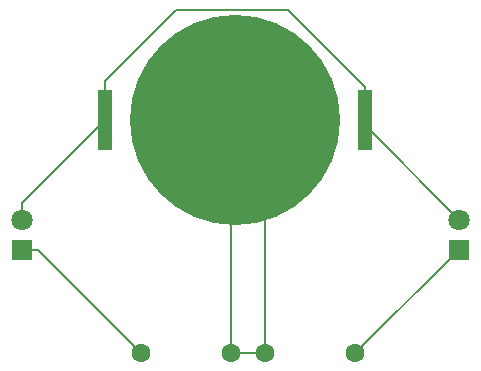
<source format=gtl>
G04 #@! TF.GenerationSoftware,KiCad,Pcbnew,9.0.2*
G04 #@! TF.CreationDate,2025-06-11T20:44:21-07:00*
G04 #@! TF.ProjectId,solder,736f6c64-6572-42e6-9b69-6361645f7063,rev?*
G04 #@! TF.SameCoordinates,Original*
G04 #@! TF.FileFunction,Copper,L1,Top*
G04 #@! TF.FilePolarity,Positive*
%FSLAX46Y46*%
G04 Gerber Fmt 4.6, Leading zero omitted, Abs format (unit mm)*
G04 Created by KiCad (PCBNEW 9.0.2) date 2025-06-11 20:44:21*
%MOMM*%
%LPD*%
G01*
G04 APERTURE LIST*
G04 #@! TA.AperFunction,ComponentPad*
%ADD10C,1.600000*%
G04 #@! TD*
G04 #@! TA.AperFunction,ComponentPad*
%ADD11R,1.800000X1.800000*%
G04 #@! TD*
G04 #@! TA.AperFunction,ComponentPad*
%ADD12C,1.800000*%
G04 #@! TD*
G04 #@! TA.AperFunction,SMDPad,CuDef*
%ADD13R,1.270000X5.080000*%
G04 #@! TD*
G04 #@! TA.AperFunction,SMDPad,CuDef*
%ADD14C,17.800000*%
G04 #@! TD*
G04 #@! TA.AperFunction,Conductor*
%ADD15C,0.200000*%
G04 #@! TD*
G04 APERTURE END LIST*
D10*
G04 #@! TO.P,R1,1*
G04 #@! TO.N,Net-(BT1--)*
X59725000Y-63500000D03*
G04 #@! TO.P,R1,2*
G04 #@! TO.N,Net-(D1-K)*
X52105000Y-63500000D03*
G04 #@! TD*
D11*
G04 #@! TO.P,D1,1,K*
G04 #@! TO.N,Net-(D1-K)*
X42000000Y-54775000D03*
D12*
G04 #@! TO.P,D1,2,A*
G04 #@! TO.N,Net-(BT1-+)*
X42000000Y-52235000D03*
G04 #@! TD*
D11*
G04 #@! TO.P,D2,1,K*
G04 #@! TO.N,Net-(D2-K)*
X79000000Y-54775000D03*
D12*
G04 #@! TO.P,D2,2,A*
G04 #@! TO.N,Net-(BT1-+)*
X79000000Y-52235000D03*
G04 #@! TD*
D13*
G04 #@! TO.P,BT1,1,+*
G04 #@! TO.N,Net-(BT1-+)*
X49030000Y-43818075D03*
X71000000Y-43818075D03*
D14*
G04 #@! TO.P,BT1,2,-*
G04 #@! TO.N,Net-(BT1--)*
X60015000Y-43818075D03*
G04 #@! TD*
D10*
G04 #@! TO.P,R2,1*
G04 #@! TO.N,Net-(D2-K)*
X70225000Y-63500000D03*
G04 #@! TO.P,R2,2*
G04 #@! TO.N,Net-(BT1--)*
X62605000Y-63500000D03*
G04 #@! TD*
D15*
G04 #@! TO.N,Net-(BT1--)*
X62605000Y-46408075D02*
X60015000Y-43818075D01*
X59725000Y-63500000D02*
X62605000Y-63500000D01*
X59725000Y-63500000D02*
X59725000Y-44108075D01*
X59725000Y-44108075D02*
X60015000Y-43818075D01*
X62605000Y-63500000D02*
X62605000Y-46408075D01*
G04 #@! TO.N,Net-(BT1-+)*
X79000000Y-52235000D02*
X71000000Y-44235000D01*
X71000000Y-44235000D02*
X71000000Y-43818075D01*
X49030000Y-40470000D02*
X55000000Y-34500000D01*
X71000000Y-41000000D02*
X71000000Y-43818075D01*
X49030000Y-43818075D02*
X49030000Y-40470000D01*
X55000000Y-34500000D02*
X64500000Y-34500000D01*
X64500000Y-34500000D02*
X71000000Y-41000000D01*
X42000000Y-52235000D02*
X42000000Y-50848075D01*
X42000000Y-50848075D02*
X49030000Y-43818075D01*
G04 #@! TO.N,Net-(D1-K)*
X43380000Y-54775000D02*
X52105000Y-63500000D01*
X42000000Y-54775000D02*
X43380000Y-54775000D01*
G04 #@! TO.N,Net-(D2-K)*
X78950000Y-54775000D02*
X79000000Y-54775000D01*
X70225000Y-63500000D02*
X78950000Y-54775000D01*
G04 #@! TD*
M02*

</source>
